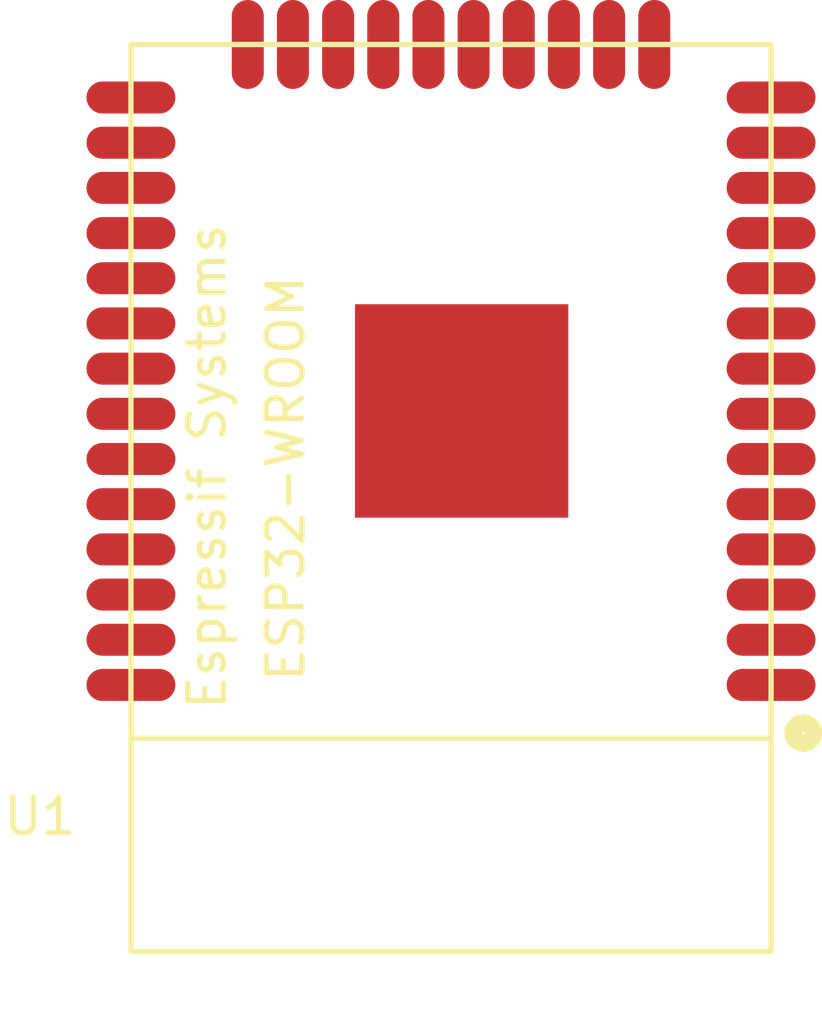
<source format=kicad_pcb>
(kicad_pcb (version 20211014) (generator pcbnew)
  (layers (0 "F.Cu" signal) (31 "B.Cu" signal) (34 "B.Paste" user) (35 "F.Paste" user) (36 "B.SilkS" user "B.Silkscreen") (37 "F.SilkS" user "F.Silkscreen") (38 "B.Mask" user) (39 "F.Mask" user) (44 "Edge.Cuts" user))
  (net 0 "")
  (net 1 "Net-(U1-Pad38)")
  (net 2 "Net-(U1-Pad37)")
  (net 3 "Net-(U1-Pad36)")
  (net 4 "Net-(U1-Pad35)")
  (net 5 "Net-(U1-Pad34)")
  (net 6 "Net-(U1-Pad33)")
  (net 7 "Net-(U1-Pad32)")
  (net 8 "Net-(U1-Pad31)")
  (net 9 "Net-(U1-Pad30)")
  (net 10 "Net-(U1-Pad29)")
  (net 11 "Net-(U1-Pad28)")
  (net 12 "Net-(U1-Pad27)")
  (net 13 "Net-(U1-Pad26)")
  (net 14 "Net-(U1-Pad25)")
  (net 15 "Net-(U1-Pad24)")
  (net 16 "Net-(U1-Pad23)")
  (net 17 "Net-(U1-Pad22)")
  (net 18 "Net-(U1-Pad21)")
  (net 19 "Net-(U1-Pad20)")
  (net 20 "Net-(U1-Pad19)")
  (net 21 "Net-(U1-Pad18)")
  (net 22 "Net-(U1-Pad17)")
  (net 23 "Net-(U1-Pad16)")
  (net 24 "Net-(U1-Pad15)")
  (net 25 "Net-(U1-Pad14)")
  (net 26 "Net-(U1-Pad13)")
  (net 27 "Net-(U1-Pad12)")
  (net 28 "Net-(U1-Pad11)")
  (net 29 "Net-(U1-Pad10)")
  (net 30 "Net-(U1-Pad9)")
  (net 31 "Net-(U1-Pad8)")
  (net 32 "Net-(U1-Pad7)")
  (net 33 "Net-(U1-Pad6)")
  (net 34 "Net-(U1-Pad5)")
  (net 35 "Net-(U1-Pad4)")
  (net 36 "Net-(U1-Pad3)")
  (net 37 "Net-(U1-Pad2)")
  (net 38 "Net-(U1-Pad1)")
  (net 39 "Net-(U1-Pad39)")
  (footprint "footprints-Lib:ESP32-WROOM-32-Espressif-Symbol-Kicad-62379" (layer "F.Cu") (at 184.15 82.55)
    (fp_text reference "U1" (at -11.557 8.95) (layer "F.SilkS"))
    (fp_text value "ESP32-WROOM")
    (fp_text user "ESP32-WROOM" (at -4.65 -0.55 90) (layer "F.SilkS"))
    (fp_text user "Espressif Systems" (at -6.858 -0.889 90) (layer "F.SilkS"))
    (fp_line (start -9 6.75) (end 9 6.75) (layer "F.SilkS") (width 0.15))
    (fp_line (start -9 12.75) (end 9 12.75) (layer "F.SilkS") (width 0.15))
    (fp_line (start -9 12.75) (end -9 -12.75) (layer "F.SilkS") (width 0.15))
    (fp_line (start -9 -12.75) (end 9 -12.75) (layer "F.SilkS") (width 0.15))
    (fp_line (start 9 12.75) (end 9 -12.75) (layer "F.SilkS") (width 0.15))
    (fp_circle (center 9.906 6.604) (end 10.033 6.858) (layer "F.SilkS") (width 0.5) (fill none))
    (pad "1" smd oval locked (at 9 5.25) (size 2.5 0.9) (layers "F.Cu" "F.Paste" "F.Mask") (net 38 "Net-(U1-Pad1)"))
    (pad "2" smd oval locked (at 9 3.98) (size 2.5 0.9) (layers "F.Cu" "F.Paste" "F.Mask") (net 37 "Net-(U1-Pad2)"))
    (pad "3" smd oval locked (at 9 2.71) (size 2.5 0.9) (layers "F.Cu" "F.Paste" "F.Mask") (net 36 "Net-(U1-Pad3)"))
    (pad "4" smd oval locked (at 9 1.44) (size 2.5 0.9) (layers "F.Cu" "F.Paste" "F.Mask") (net 35 "Net-(U1-Pad4)"))
    (pad "5" smd oval locked (at 9 0.17) (size 2.5 0.9) (layers "F.Cu" "F.Paste" "F.Mask") (net 34 "Net-(U1-Pad5)"))
    (pad "6" smd oval locked (at 9 -1.1) (size 2.5 0.9) (layers "F.Cu" "F.Paste" "F.Mask") (net 33 "Net-(U1-Pad6)"))
    (pad "7" smd oval locked (at 9 -2.37) (size 2.5 0.9) (layers "F.Cu" "F.Paste" "F.Mask") (net 32 "Net-(U1-Pad7)"))
    (pad "8" smd oval locked (at 9 -3.64) (size 2.5 0.9) (layers "F.Cu" "F.Paste" "F.Mask") (net 31 "Net-(U1-Pad8)"))
    (pad "9" smd oval locked (at 9 -4.91) (size 2.5 0.9) (layers "F.Cu" "F.Paste" "F.Mask") (net 30 "Net-(U1-Pad9)"))
    (pad "10" smd oval locked (at 9 -6.18) (size 2.5 0.9) (layers "F.Cu" "F.Paste" "F.Mask") (net 29 "Net-(U1-Pad10)"))
    (pad "11" smd oval locked (at 9 -7.45) (size 2.5 0.9) (layers "F.Cu" "F.Paste" "F.Mask") (net 28 "Net-(U1-Pad11)"))
    (pad "12" smd oval locked (at 9 -8.72) (size 2.5 0.9) (layers "F.Cu" "F.Paste" "F.Mask") (net 27 "Net-(U1-Pad12)"))
    (pad "13" smd oval locked (at 9 -9.99) (size 2.5 0.9) (layers "F.Cu" "F.Paste" "F.Mask") (net 26 "Net-(U1-Pad13)"))
    (pad "14" smd oval locked (at 9 -11.26) (size 2.5 0.9) (layers "F.Cu" "F.Paste" "F.Mask") (net 25 "Net-(U1-Pad14)"))
    (pad "15" smd oval locked (at 5.715 -12.75) (size 0.9 2.5) (layers "F.Cu" "F.Paste" "F.Mask") (net 24 "Net-(U1-Pad15)"))
    (pad "16" smd oval locked (at 4.445 -12.75) (size 0.9 2.5) (layers "F.Cu" "F.Paste" "F.Mask") (net 23 "Net-(U1-Pad16)"))
    (pad "17" smd oval locked (at 3.175 -12.75) (size 0.9 2.5) (layers "F.Cu" "F.Paste" "F.Mask") (net 22 "Net-(U1-Pad17)"))
    (pad "18" smd oval locked (at 1.905 -12.75) (size 0.9 2.5) (layers "F.Cu" "F.Paste" "F.Mask") (net 21 "Net-(U1-Pad18)"))
    (pad "19" smd oval locked (at 0.635 -12.75) (size 0.9 2.5) (layers "F.Cu" "F.Paste" "F.Mask") (net 20 "Net-(U1-Pad19)"))
    (pad "20" smd oval locked (at -0.635 -12.75) (size 0.9 2.5) (layers "F.Cu" "F.Paste" "F.Mask") (net 19 "Net-(U1-Pad20)"))
    (pad "21" smd oval locked (at -1.905 -12.75) (size 0.9 2.5) (layers "F.Cu" "F.Paste" "F.Mask") (net 18 "Net-(U1-Pad21)"))
    (pad "22" smd oval locked (at -3.175 -12.75) (size 0.9 2.5) (layers "F.Cu" "F.Paste" "F.Mask") (net 17 "Net-(U1-Pad22)"))
    (pad "23" smd oval locked (at -4.445 -12.75) (size 0.9 2.5) (layers "F.Cu" "F.Paste" "F.Mask") (net 16 "Net-(U1-Pad23)"))
    (pad "24" smd oval locked (at -5.715 -12.75) (size 0.9 2.5) (layers "F.Cu" "F.Paste" "F.Mask") (net 15 "Net-(U1-Pad24)"))
    (pad "25" smd oval locked (at -9 -11.26) (size 2.5 0.9) (layers "F.Cu" "F.Paste" "F.Mask") (net 14 "Net-(U1-Pad25)"))
    (pad "26" smd oval locked (at -9 -9.99) (size 2.5 0.9) (layers "F.Cu" "F.Paste" "F.Mask") (net 13 "Net-(U1-Pad26)"))
    (pad "27" smd oval locked (at -9 -8.72) (size 2.5 0.9) (layers "F.Cu" "F.Paste" "F.Mask") (net 12 "Net-(U1-Pad27)"))
    (pad "28" smd oval locked (at -9 -7.45) (size 2.5 0.9) (layers "F.Cu" "F.Paste" "F.Mask") (net 11 "Net-(U1-Pad28)"))
    (pad "29" smd oval locked (at -9 -6.18) (size 2.5 0.9) (layers "F.Cu" "F.Paste" "F.Mask") (net 10 "Net-(U1-Pad29)"))
    (pad "30" smd oval locked (at -9 -4.91) (size 2.5 0.9) (layers "F.Cu" "F.Paste" "F.Mask") (net 9 "Net-(U1-Pad30)"))
    (pad "31" smd oval locked (at -9 -3.64) (size 2.5 0.9) (layers "F.Cu" "F.Paste" "F.Mask") (net 8 "Net-(U1-Pad31)"))
    (pad "32" smd oval locked (at -9 -2.37) (size 2.5 0.9) (layers "F.Cu" "F.Paste" "F.Mask") (net 7 "Net-(U1-Pad32)"))
    (pad "33" smd oval locked (at -9 -1.1) (size 2.5 0.9) (layers "F.Cu" "F.Paste" "F.Mask") (net 6 "Net-(U1-Pad33)"))
    (pad "34" smd oval locked (at -9 0.17) (size 2.5 0.9) (layers "F.Cu" "F.Paste" "F.Mask") (net 5 "Net-(U1-Pad34)"))
    (pad "35" smd oval locked (at -9 1.44) (size 2.5 0.9) (layers "F.Cu" "F.Paste" "F.Mask") (net 4 "Net-(U1-Pad35)"))
    (pad "36" smd oval locked (at -9 2.71) (size 2.5 0.9) (layers "F.Cu" "F.Paste" "F.Mask") (net 3 "Net-(U1-Pad36)"))
    (pad "37" smd oval locked (at -9 3.98) (size 2.5 0.9) (layers "F.Cu" "F.Paste" "F.Mask") (net 2 "Net-(U1-Pad37)"))
    (pad "38" smd oval locked (at -9 5.25) (size 2.5 0.9) (layers "F.Cu" "F.Paste" "F.Mask") (net 1 "Net-(U1-Pad38)"))
    (pad "39" smd rect locked (at 0.3 -2.45) (size 6 6) (layers "F.Cu" "F.Paste" "F.Mask") (net 39 "Net-(U1-Pad39)"))
  )
)
</source>
